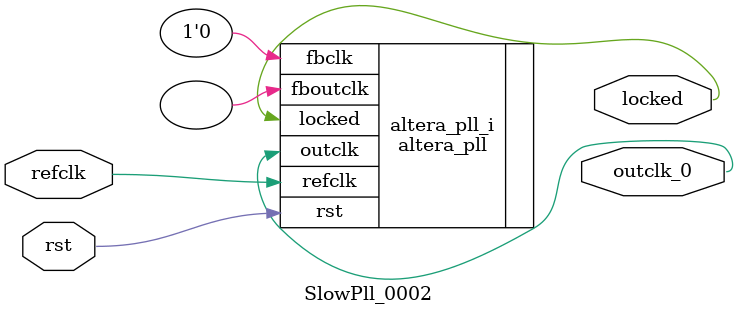
<source format=v>
`timescale 1ns/10ps
module  SlowPll_0002(

	// interface 'refclk'
	input wire refclk,

	// interface 'reset'
	input wire rst,

	// interface 'outclk0'
	output wire outclk_0,

	// interface 'locked'
	output wire locked
);

	altera_pll #(
		.fractional_vco_multiplier("true"),
		.reference_clock_frequency("50.0 MHz"),
		.operation_mode("direct"),
		.number_of_clocks(1),
		.output_clock_frequency0("1.000000 MHz"),
		.phase_shift0("0 ps"),
		.duty_cycle0(50),
		.output_clock_frequency1("0 MHz"),
		.phase_shift1("0 ps"),
		.duty_cycle1(50),
		.output_clock_frequency2("0 MHz"),
		.phase_shift2("0 ps"),
		.duty_cycle2(50),
		.output_clock_frequency3("0 MHz"),
		.phase_shift3("0 ps"),
		.duty_cycle3(50),
		.output_clock_frequency4("0 MHz"),
		.phase_shift4("0 ps"),
		.duty_cycle4(50),
		.output_clock_frequency5("0 MHz"),
		.phase_shift5("0 ps"),
		.duty_cycle5(50),
		.output_clock_frequency6("0 MHz"),
		.phase_shift6("0 ps"),
		.duty_cycle6(50),
		.output_clock_frequency7("0 MHz"),
		.phase_shift7("0 ps"),
		.duty_cycle7(50),
		.output_clock_frequency8("0 MHz"),
		.phase_shift8("0 ps"),
		.duty_cycle8(50),
		.output_clock_frequency9("0 MHz"),
		.phase_shift9("0 ps"),
		.duty_cycle9(50),
		.output_clock_frequency10("0 MHz"),
		.phase_shift10("0 ps"),
		.duty_cycle10(50),
		.output_clock_frequency11("0 MHz"),
		.phase_shift11("0 ps"),
		.duty_cycle11(50),
		.output_clock_frequency12("0 MHz"),
		.phase_shift12("0 ps"),
		.duty_cycle12(50),
		.output_clock_frequency13("0 MHz"),
		.phase_shift13("0 ps"),
		.duty_cycle13(50),
		.output_clock_frequency14("0 MHz"),
		.phase_shift14("0 ps"),
		.duty_cycle14(50),
		.output_clock_frequency15("0 MHz"),
		.phase_shift15("0 ps"),
		.duty_cycle15(50),
		.output_clock_frequency16("0 MHz"),
		.phase_shift16("0 ps"),
		.duty_cycle16(50),
		.output_clock_frequency17("0 MHz"),
		.phase_shift17("0 ps"),
		.duty_cycle17(50),
		.pll_type("General"),
		.pll_subtype("General")
	) altera_pll_i (
		.rst	(rst),
		.outclk	({outclk_0}),
		.locked	(locked),
		.fboutclk	( ),
		.fbclk	(1'b0),
		.refclk	(refclk)
	);
endmodule


</source>
